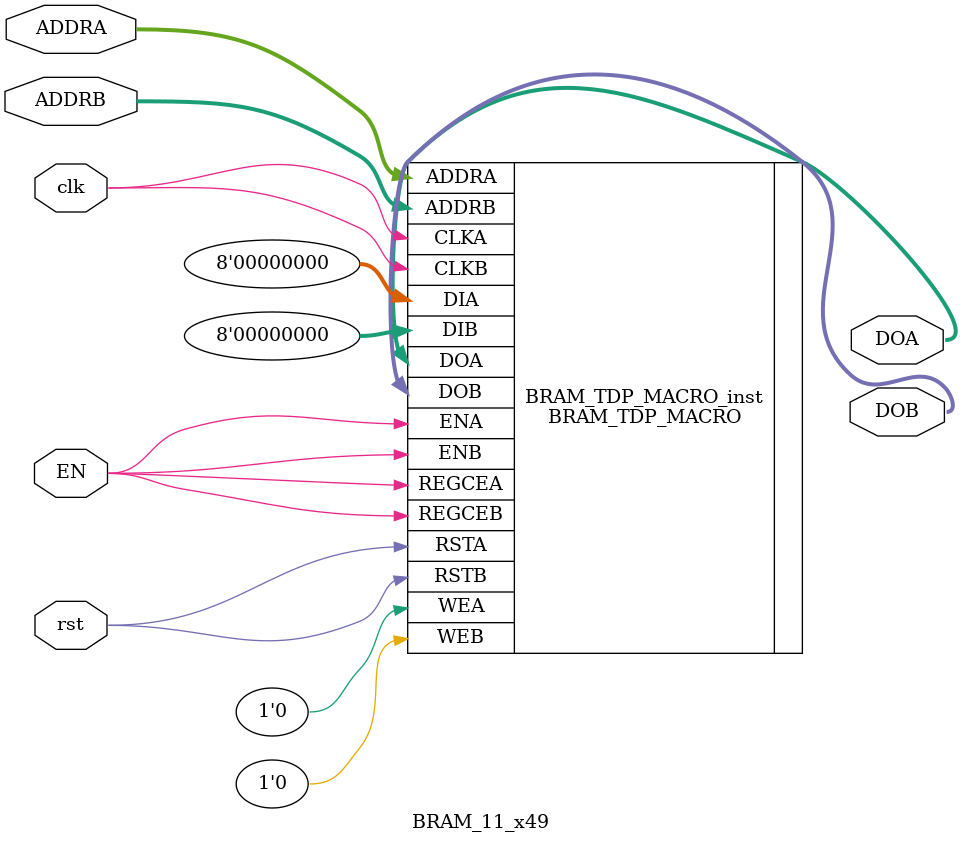
<source format=v>

module BRAM_11_x49(
    input [9:0] ADDRA,
    input [9:0] ADDRB,
    input clk,
    input rst, input EN,
    output [7:0] DOA,
    output [7:0] DOB
    );



// Spartan-6
// Xilinx HDL Libraries Guide, version 14.7
//////////////////////////////////////////////////////////////////////////
// DATA_WIDTH_A/B | BRAM_SIZE | RAM Depth | ADDRA/B Width | WEA/B Width //
// ===============|===========|===========|===============|=============//
// 19-36 | "18Kb" | 512 | 9-bit | 4-bit //
// 10-18 | "18Kb" | 1024 | 10-bit | 2-bit //
// 10-18 | "9Kb" | 512 | 9-bit | 2-bit //
// 5-9 | "18Kb" | 2048 | 11-bit | 1-bit //
// 5-9 | "9Kb" | 1024 | 10-bit | 1-bit //
// 3-4 | "18Kb" | 4096 | 12-bit | 1-bit //
// 3-4 | "9Kb" | 2048 | 11-bit | 1-bit //
// 2 | "18Kb" | 8192 | 13-bit | 1-bit //
// 2 | "9Kb" | 4096 | 12-bit | 1-bit //
// 1 | "18Kb" | 16384 | 14-bit | 1-bit //
// 1 | "9Kb" | 8192 | 12-bit | 1-bit //
//////////////////////////////////////////////////////////////////////////
BRAM_TDP_MACRO #(
	.BRAM_SIZE("9Kb"), // Target BRAM: "9Kb" or "18Kb"
	.DEVICE("SPARTAN6"), // Target device: "VIRTEX5", "VIRTEX6", "SPARTAN6"
	.DOA_REG(1), // Optional port A output register (0 or 1)
	.DOB_REG(1), // Optional port B output register (0 or 1)
	.INIT_A(36'h0123), // Initial values on port A output port
	.INIT_B(36'h3210), // Initial values on port B output port
	.INIT_FILE ("NONE"),
	.READ_WIDTH_A (8), // Valid values are 1-36
	.READ_WIDTH_B (8), // Valid values are 1-36
	.SIM_COLLISION_CHECK ("NONE"), // Collision check enable "ALL", "WARNING_ONLY",
	// "GENERATE_X_ONLY" or "NONE"
	.SRVAL_A(36'h00000000), // Set/Reset value for port A output
	.SRVAL_B(36'h00000000), // Set/Reset value for port B output
	.WRITE_MODE_A("WRITE_FIRST"), // "WRITE_FIRST", "READ_FIRST", or "NO_CHANGE"
	.WRITE_MODE_B("WRITE_FIRST"), // "WRITE_FIRST", "READ_FIRST", or "NO_CHANGE"
	.WRITE_WIDTH_A(8), // Valid values are 1-36
	.WRITE_WIDTH_B(8), // Valid values are 1-36
	
.INIT_00(256'h424A08000800080000000000000000004A4A0000000000000000000000000000),
.INIT_01(256'h0309D0DA636BFAF29B9902009999000060622A28000000000200020000000000),
.INIT_02(256'h47561100B11CAD00209CBC009C9C0000D3CA19002580A500BC00BC0000000000),
.INIT_03(256'h0615C9DADA775FF2BB05BE0005050000F9E233282580A500BE00BE0000000000),
.INIT_04(256'hA8F1590059005900EABB510051005100F1F1000000000000BBBB000000000000),
.INIT_05(256'hC0D5CFDA1B0CE5F258451D00E1FE1F00F2BE642829674E0090DC4C0029674E00),
.INIT_06(256'h5E1EB3F3D824C43839D41EF3F5A46938A3BAD2CB2580A500CC7077CB00000000),
.INIT_07(256'h363A25299A2878CA8B2A52F3455A2738A0F5B6E30CE7EB00E7173BCB29674E00),
.INIT_08(256'h9D95D7DFD7DFD7DFDFDFDFDFDFDFDFDF9595DFDFDFDFDFDFDFDFDFDFDFDFDFDF),
.INIT_09(256'hDCD60F05BCB4252D4446DDDF4646DFDFBFBDF5F7DFDFDFDFDDDFDDDFDFDFDFDF),
.INIT_0A(256'h9889CEDF6EC372DFFF4363DF4343DFDF0C15C6DFFA5F7ADF63DF63DFDFDFDFDF),
.INIT_0B(256'hD9CA160505A8802D64DA61DFDADADFDF263DECF7FA5F7ADF61DF61DFDFDFDFDF),
.INIT_0C(256'h772E86DF86DF86DF35648EDF8EDF8EDF2E2EDFDFDFDFDFDF6464DFDFDFDFDFDF),
.INIT_0D(256'h1F0A1005C4D33A2D879AC2DF3E21C0DF2D61BBF7F6B891DF4F0393DFF6B891DF),
.INIT_0E(256'h81C16C2C07FB1BE7E60BC12C2A7BB6E77C650D14FA5F7ADF13AFA814DFDFDFDF),
.INIT_0F(256'hE9E5FAF645F7A71554F58D2C9A85F8E77F2A693CD33834DF38C8E414F6B891DF),
.INIT_10(256'h2C05290029002900000000000000000005050000000000000000000000000000),
.INIT_11(256'hBD70A16C3A13230AFD19E400191900008763826600000000E400E40000000000),
.INIT_12(256'h8F57D800F852AA00A0D27200D2D200007485F100038083007200720000000000),
.INIT_13(256'h1E22506CEB41A00A5DCB9600CBCB0000F6E37366038083009600960000000000),
.INIT_14(256'h78AFD700D700D70054AAFE00FE00FE00AFAF000000000000AAAA000000000000),
.INIT_15(256'h156A136C38A3910A550356001BA9B200D179CE66FCB04C00B21AA800FCB04C00),
.INIT_16(256'h2305DEF8BFEBEDB90C8074F8956B47B99F6EB0410380830099EB334100000000),
.INIT_17(256'h4EC01A945048ABB30D29DCF870C20BB9E1B87E27FF30CF00815B9B41FCB04C00),
.INIT_18(256'hF3DAF6DFF6DFF6DFDFDFDFDFDFDFDFDFDADADFDFDFDFDFDFDFDFDFDFDFDFDFDF),
.INIT_19(256'h62AF7EB3E5CCFCD522C63BDFC6C6DFDF58BC5DB9DFDFDFDF3BDF3BDFDFDFDFDF),
.INIT_1A(256'h508807DF278D75DF7F0DADDF0D0DDFDFAB5A2EDFDC5F5CDFADDFADDFDFDFDFDF),
.INIT_1B(256'hC1FD8FB3349E7FD5821449DF1414DFDF293CACB9DC5F5CDF49DF49DFDFDFDFDF),
.INIT_1C(256'hA77008DF08DF08DF8B7521DF21DF21DF7070DFDFDFDFDFDF7575DFDFDFDFDFDF),
.INIT_1D(256'hCAB5CCB3E77C4ED58ADC89DFC4766DDF0EA611B9236F93DF6DC577DF236F93DF),
.INIT_1E(256'hFCDA012760343266D35FAB274AB4986640B16F9EDC5F5CDF4634EC9EDFDFDFDF),
.INIT_1F(256'h911FC54B8F97746CD2F60327AF1DD4663E67A1F820EF10DF5E84449E236F93DF),



	
	//===============================================================================
	
	.INIT_20(256'h0000000000000000000000000000000000000000000000000000000000000000),
	.INIT_21(256'h0000000000000000000000000000000000000000000000000000000000000000),
	.INIT_22(256'h0000000000000000000000000000000000000000000000000000000000000000),
	.INIT_23(256'h0000000000000000000000000000000000000000000000000000000000000000),
	.INIT_24(256'h0000000000000000000000000000000000000000000000000000000000000000),
	.INIT_25(256'h0000000000000000000000000000000000000000000000000000000000000000),
	.INIT_26(256'h0000000000000000000000000000000000000000000000000000000000000000),
	.INIT_27(256'h0000000000000000000000000000000000000000000000000000000000000000),
	.INIT_28(256'h0000000000000000000000000000000000000000000000000000000000000000),
	.INIT_29(256'h0000000000000000000000000000000000000000000000000000000000000000),
	.INIT_2A(256'h0000000000000000000000000000000000000000000000000000000000000000),
	.INIT_2B(256'h0000000000000000000000000000000000000000000000000000000000000000),
	.INIT_2C(256'h0000000000000000000000000000000000000000000000000000000000000000),
	.INIT_2D(256'h0000000000000000000000000000000000000000000000000000000000000000),
	.INIT_2E(256'h0000000000000000000000000000000000000000000000000000000000000000),
	.INIT_2F(256'h0000000000000000000000000000000000000000000000000000000000000000),
	.INIT_30(256'h0000000000000000000000000000000000000000000000000000000000000000),
	.INIT_31(256'h0000000000000000000000000000000000000000000000000000000000000000),
	.INIT_32(256'h0000000000000000000000000000000000000000000000000000000000000000),
	.INIT_33(256'h0000000000000000000000000000000000000000000000000000000000000000),
	.INIT_34(256'h0000000000000000000000000000000000000000000000000000000000000000),
	.INIT_35(256'h0000000000000000000000000000000000000000000000000000000000000000),
	.INIT_36(256'h0000000000000000000000000000000000000000000000000000000000000000),
	.INIT_37(256'h0000000000000000000000000000000000000000000000000000000000000000),
	.INIT_38(256'h0000000000000000000000000000000000000000000000000000000000000000),
	.INIT_39(256'h0000000000000000000000000000000000000000000000000000000000000000),
	.INIT_3A(256'h0000000000000000000000000000000000000000000000000000000000000000),
	.INIT_3B(256'h0000000000000000000000000000000000000000000000000000000000000000),
	.INIT_3C(256'h0000000000000000000000000000000000000000000000000000000000000000),
	.INIT_3D(256'h0000000000000000000000000000000000000000000000000000000000000000),
	.INIT_3E(256'h0000000000000000000000000000000000000000000000000000000000000000),
	.INIT_3F(256'h0000000000000000000000000000000000000000000000000000000000000000),


	// The next set of INITP_xx are for the parity bits
	.INITP_00(256'h0000000000000000000000000000000000000000000000000000000000000000),
	.INITP_01(256'h0000000000000000000000000000000000000000000000000000000000000000),
	.INITP_02(256'h0000000000000000000000000000000000000000000000000000000000000000),
	.INITP_03(256'h0000000000000000000000000000000000000000000000000000000000000000),
	// The next set of INITP_xx are for "18Kb" configuration only
	.INITP_04(256'h0000000000000000000000000000000000000000000000000000000000000000),
	.INITP_05(256'h0000000000000000000000000000000000000000000000000000000000000000),
	.INITP_06(256'h0000000000000000000000000000000000000000000000000000000000000000),
	.INITP_07(256'h0000000000000000000000000000000000000000000000000000000000000000)
) BRAM_TDP_MACRO_inst (
	.DOA(DOA), // Output port-A data, width defined by READ_WIDTH_A parameter
	.DOB(DOB), // Output port-B data, width defined by READ_WIDTH_B parameter
	.ADDRA(ADDRA), // Input port-A address, width defined by Port A depth
	.ADDRB(ADDRB), // Input port-B address, width defined by Port B depth
	.CLKA(clk), // 1-bit input port-A clock
	.CLKB(clk), // 1-bit input port-B clock
	.DIA(8'h0), // Input port-A data, width defined by WRITE_WIDTH_A parameter
	.DIB(8'h0), // Input port-B data, width defined by WRITE_WIDTH_B parameter
	.ENA(EN), // 1-bit input port-A enable
	.ENB(EN), // 1-bit input port-B enable
	.REGCEA(EN), // 1-bit input port-A output register enable
	.REGCEB(EN), // 1-bit input port-B output register enable
	.RSTA(rst), // 1-bit input port-A reset
	.RSTB(rst), // 1-bit input port-B reset
	.WEA(1'b0), // Input port-A write enable, width defined by Port A depth
	.WEB(1'b0) // Input port-B write enable, width defined by Port B depth
);
// End of BRAM_TDP_MACRO_inst instantiation
endmodule

</source>
